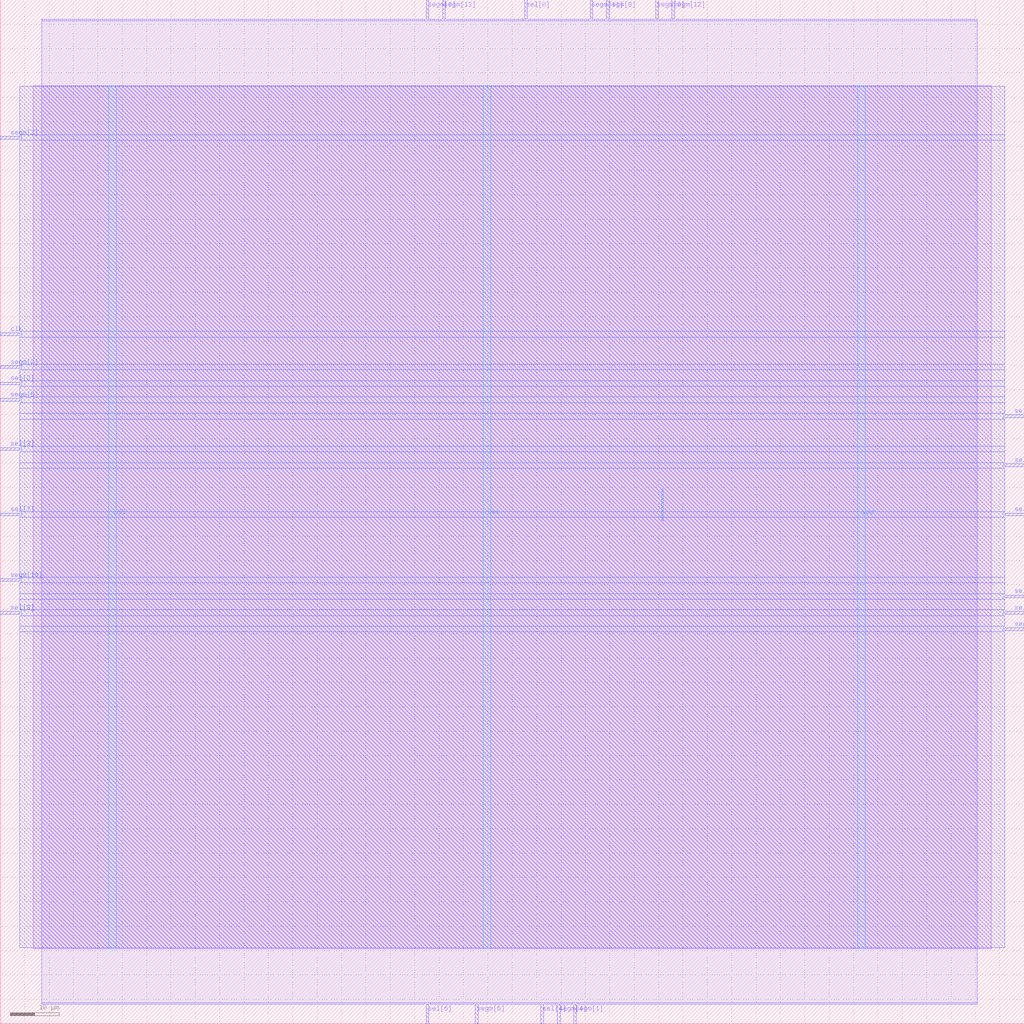
<source format=lef>
VERSION 5.7 ;
  NOWIREEXTENSIONATPIN ON ;
  DIVIDERCHAR "/" ;
  BUSBITCHARS "[]" ;
MACRO ita47
  CLASS BLOCK ;
  FOREIGN ita47 ;
  ORIGIN 0.000 0.000 ;
  SIZE 210.000 BY 210.000 ;
  PIN clk
    DIRECTION INPUT ;
    USE SIGNAL ;
    ANTENNAGATEAREA 4.738000 ;
    ANTENNADIFFAREA 0.410400 ;
    PORT
      LAYER Metal3 ;
        RECT 0.000 141.120 4.000 141.680 ;
    END
  END clk
  PIN segm[0]
    DIRECTION OUTPUT TRISTATE ;
    USE SIGNAL ;
    ANTENNADIFFAREA 0.360800 ;
    PORT
      LAYER Metal2 ;
        RECT 87.360 206.000 87.920 210.000 ;
    END
  END segm[0]
  PIN segm[10]
    DIRECTION OUTPUT TRISTATE ;
    USE SIGNAL ;
    ANTENNADIFFAREA 4.731200 ;
    PORT
      LAYER Metal3 ;
        RECT 0.000 90.720 4.000 91.280 ;
    END
  END segm[10]
  PIN segm[11]
    DIRECTION OUTPUT TRISTATE ;
    USE SIGNAL ;
    ANTENNADIFFAREA 4.731200 ;
    PORT
      LAYER Metal2 ;
        RECT 120.960 206.000 121.520 210.000 ;
    END
  END segm[11]
  PIN segm[12]
    DIRECTION OUTPUT TRISTATE ;
    USE SIGNAL ;
    ANTENNADIFFAREA 4.731200 ;
    PORT
      LAYER Metal2 ;
        RECT 137.760 206.000 138.320 210.000 ;
    END
  END segm[12]
  PIN segm[13]
    DIRECTION OUTPUT TRISTATE ;
    USE SIGNAL ;
    ANTENNADIFFAREA 4.731200 ;
    PORT
      LAYER Metal2 ;
        RECT 90.720 206.000 91.280 210.000 ;
    END
  END segm[13]
  PIN segm[1]
    DIRECTION OUTPUT TRISTATE ;
    USE SIGNAL ;
    ANTENNADIFFAREA 4.731200 ;
    PORT
      LAYER Metal2 ;
        RECT 117.600 0.000 118.160 4.000 ;
    END
  END segm[1]
  PIN segm[2]
    DIRECTION OUTPUT TRISTATE ;
    USE SIGNAL ;
    ANTENNADIFFAREA 4.731200 ;
    PORT
      LAYER Metal3 ;
        RECT 0.000 134.400 4.000 134.960 ;
    END
  END segm[2]
  PIN segm[3]
    DIRECTION OUTPUT TRISTATE ;
    USE SIGNAL ;
    ANTENNADIFFAREA 0.360800 ;
    PORT
      LAYER Metal3 ;
        RECT 0.000 181.440 4.000 182.000 ;
    END
  END segm[3]
  PIN segm[4]
    DIRECTION OUTPUT TRISTATE ;
    USE SIGNAL ;
    ANTENNADIFFAREA 4.731200 ;
    PORT
      LAYER Metal2 ;
        RECT 114.240 0.000 114.800 4.000 ;
    END
  END segm[4]
  PIN segm[5]
    DIRECTION OUTPUT TRISTATE ;
    USE SIGNAL ;
    ANTENNADIFFAREA 4.731200 ;
    PORT
      LAYER Metal3 ;
        RECT 0.000 127.680 4.000 128.240 ;
    END
  END segm[5]
  PIN segm[6]
    DIRECTION OUTPUT TRISTATE ;
    USE SIGNAL ;
    ANTENNADIFFAREA 4.731200 ;
    PORT
      LAYER Metal2 ;
        RECT 97.440 0.000 98.000 4.000 ;
    END
  END segm[6]
  PIN segm[7]
    DIRECTION OUTPUT TRISTATE ;
    USE SIGNAL ;
    ANTENNADIFFAREA 4.731200 ;
    PORT
      LAYER Metal3 ;
        RECT 206.000 80.640 210.000 81.200 ;
    END
  END segm[7]
  PIN segm[8]
    DIRECTION OUTPUT TRISTATE ;
    USE SIGNAL ;
    ANTENNADIFFAREA 4.731200 ;
    PORT
      LAYER Metal2 ;
        RECT 124.320 206.000 124.880 210.000 ;
    END
  END segm[8]
  PIN segm[9]
    DIRECTION OUTPUT TRISTATE ;
    USE SIGNAL ;
    ANTENNADIFFAREA 4.731200 ;
    PORT
      LAYER Metal2 ;
        RECT 134.400 206.000 134.960 210.000 ;
    END
  END segm[9]
  PIN sel[0]
    DIRECTION OUTPUT TRISTATE ;
    USE SIGNAL ;
    ANTENNADIFFAREA 4.731200 ;
    PORT
      LAYER Metal2 ;
        RECT 107.520 206.000 108.080 210.000 ;
    END
  END sel[0]
  PIN sel[10]
    DIRECTION OUTPUT TRISTATE ;
    USE SIGNAL ;
    ANTENNADIFFAREA 4.731200 ;
    PORT
      LAYER Metal3 ;
        RECT 206.000 114.240 210.000 114.800 ;
    END
  END sel[10]
  PIN sel[11]
    DIRECTION OUTPUT TRISTATE ;
    USE SIGNAL ;
    ANTENNADIFFAREA 4.731200 ;
    PORT
      LAYER Metal3 ;
        RECT 206.000 124.320 210.000 124.880 ;
    END
  END sel[11]
  PIN sel[1]
    DIRECTION OUTPUT TRISTATE ;
    USE SIGNAL ;
    ANTENNADIFFAREA 4.731200 ;
    PORT
      LAYER Metal3 ;
        RECT 206.000 87.360 210.000 87.920 ;
    END
  END sel[1]
  PIN sel[2]
    DIRECTION OUTPUT TRISTATE ;
    USE SIGNAL ;
    ANTENNADIFFAREA 4.731200 ;
    PORT
      LAYER Metal3 ;
        RECT 0.000 131.040 4.000 131.600 ;
    END
  END sel[2]
  PIN sel[3]
    DIRECTION OUTPUT TRISTATE ;
    USE SIGNAL ;
    ANTENNADIFFAREA 4.731200 ;
    PORT
      LAYER Metal3 ;
        RECT 0.000 117.600 4.000 118.160 ;
    END
  END sel[3]
  PIN sel[4]
    DIRECTION OUTPUT TRISTATE ;
    USE SIGNAL ;
    ANTENNADIFFAREA 4.731200 ;
    PORT
      LAYER Metal2 ;
        RECT 110.880 0.000 111.440 4.000 ;
    END
  END sel[4]
  PIN sel[5]
    DIRECTION OUTPUT TRISTATE ;
    USE SIGNAL ;
    ANTENNADIFFAREA 4.731200 ;
    PORT
      LAYER Metal3 ;
        RECT 206.000 84.000 210.000 84.560 ;
    END
  END sel[5]
  PIN sel[6]
    DIRECTION OUTPUT TRISTATE ;
    USE SIGNAL ;
    ANTENNADIFFAREA 4.731200 ;
    PORT
      LAYER Metal2 ;
        RECT 87.360 0.000 87.920 4.000 ;
    END
  END sel[6]
  PIN sel[7]
    DIRECTION OUTPUT TRISTATE ;
    USE SIGNAL ;
    ANTENNADIFFAREA 4.731200 ;
    PORT
      LAYER Metal3 ;
        RECT 0.000 104.160 4.000 104.720 ;
    END
  END sel[7]
  PIN sel[8]
    DIRECTION OUTPUT TRISTATE ;
    USE SIGNAL ;
    ANTENNADIFFAREA 4.731200 ;
    PORT
      LAYER Metal3 ;
        RECT 0.000 84.000 4.000 84.560 ;
    END
  END sel[8]
  PIN sel[9]
    DIRECTION OUTPUT TRISTATE ;
    USE SIGNAL ;
    ANTENNADIFFAREA 4.731200 ;
    PORT
      LAYER Metal3 ;
        RECT 206.000 104.160 210.000 104.720 ;
    END
  END sel[9]
  PIN vdd
    DIRECTION INOUT ;
    USE POWER ;
    PORT
      LAYER Metal4 ;
        RECT 22.240 15.380 23.840 192.380 ;
    END
    PORT
      LAYER Metal4 ;
        RECT 175.840 15.380 177.440 192.380 ;
    END
  END vdd
  PIN vss
    DIRECTION INOUT ;
    USE GROUND ;
    PORT
      LAYER Metal4 ;
        RECT 99.040 15.380 100.640 192.380 ;
    END
  END vss
  OBS
      LAYER Metal1 ;
        RECT 6.720 15.380 203.280 192.380 ;
      LAYER Metal2 ;
        RECT 8.540 205.700 87.060 206.000 ;
        RECT 88.220 205.700 90.420 206.000 ;
        RECT 91.580 205.700 107.220 206.000 ;
        RECT 108.380 205.700 120.660 206.000 ;
        RECT 121.820 205.700 124.020 206.000 ;
        RECT 125.180 205.700 134.100 206.000 ;
        RECT 135.260 205.700 137.460 206.000 ;
        RECT 138.620 205.700 200.340 206.000 ;
        RECT 8.540 4.300 200.340 205.700 ;
        RECT 8.540 4.000 87.060 4.300 ;
        RECT 88.220 4.000 97.140 4.300 ;
        RECT 98.300 4.000 110.580 4.300 ;
        RECT 111.740 4.000 113.940 4.300 ;
        RECT 115.100 4.000 117.300 4.300 ;
        RECT 118.460 4.000 200.340 4.300 ;
      LAYER Metal3 ;
        RECT 4.000 182.300 206.000 192.220 ;
        RECT 4.300 181.140 206.000 182.300 ;
        RECT 4.000 141.980 206.000 181.140 ;
        RECT 4.300 140.820 206.000 141.980 ;
        RECT 4.000 135.260 206.000 140.820 ;
        RECT 4.300 134.100 206.000 135.260 ;
        RECT 4.000 131.900 206.000 134.100 ;
        RECT 4.300 130.740 206.000 131.900 ;
        RECT 4.000 128.540 206.000 130.740 ;
        RECT 4.300 127.380 206.000 128.540 ;
        RECT 4.000 125.180 206.000 127.380 ;
        RECT 4.000 124.020 205.700 125.180 ;
        RECT 4.000 118.460 206.000 124.020 ;
        RECT 4.300 117.300 206.000 118.460 ;
        RECT 4.000 115.100 206.000 117.300 ;
        RECT 4.000 113.940 205.700 115.100 ;
        RECT 4.000 105.020 206.000 113.940 ;
        RECT 4.300 103.860 205.700 105.020 ;
        RECT 4.000 91.580 206.000 103.860 ;
        RECT 4.300 90.420 206.000 91.580 ;
        RECT 4.000 88.220 206.000 90.420 ;
        RECT 4.000 87.060 205.700 88.220 ;
        RECT 4.000 84.860 206.000 87.060 ;
        RECT 4.300 83.700 205.700 84.860 ;
        RECT 4.000 81.500 206.000 83.700 ;
        RECT 4.000 80.340 205.700 81.500 ;
        RECT 4.000 15.540 206.000 80.340 ;
      LAYER Metal4 ;
        RECT 135.660 103.130 135.940 109.670 ;
  END
END ita47
END LIBRARY


</source>
